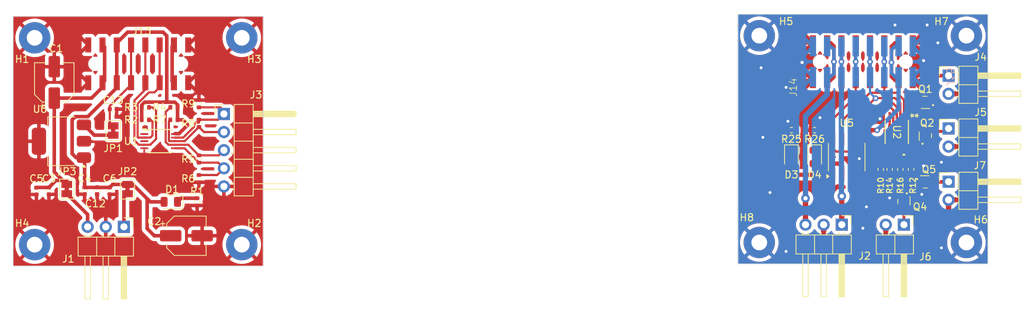
<source format=kicad_pcb>
(kicad_pcb (version 20240108) (generator "pcbnew") (generator_version "8.0")
  (layers (0 "F.Cu" signal) (31 "B.Cu" signal) (34 "B.Paste" user) (35 "F.Paste" user) (36 "B.SilkS" user "B.Silkscreen") (37 "F.SilkS" user "F.Silkscreen") (38 "B.Mask" user) (39 "F.Mask" user) (44 "Edge.Cuts" user))
  (net 0 "")
  (net 1 "GND")
  (net 2 "SDA")
  (net 3 "SCL")
  (net 4 "Net-(J1-Pin_1)")
  (net 5 "Net-(J1-Pin_3)")
  (net 6 "IO3")
  (net 7 "Net-(D1-K)")
  (net 8 "DSDAM")
  (net 9 "DSCLP")
  (net 10 "DSCLM")
  (net 11 "DSDAP")
  (net 12 "Net-(JP1-A)")
  (net 14 "Net-(D3-K)")
  (net 15 "IO0")
  (net 16 "IO1")
  (net 17 "Net-(D4-K)")
  (net 18 "Fan_Versorgung")
  (net 19 "Net-(J5-Pin_1)")
  (net 20 "Net-(J6-Pin_1)")
  (net 21 "Net-(J7-Pin_1)")
  (net 22 "FAN_0_PWM")
  (net 23 "FAN_1_PWM")
  (net 24 "IO2")
  (net 25 "Net-(U2-TACH1)")
  (net 26 "Net-(U2-*ALERT)")
  (net 27 "Net-(U2-TACH2)")
  (net 28 "Net-(U2-CLK)")
  (net 29 "Net-(J4-Pin_1)")
  (net 30 "+12V")
  (net 31 "+5V")
  (net 32 "+3V3")
  (footprint "MountingHole:MountingHole_2.2mm_M2_Pad_TopBottom" (layer "F.Cu") (at 80.55 132.3)
    (property "Reference" "H2")
    (property "Value" "MountHole")
  )
  (footprint "Resistor_SMD:R_0402_1005Metric" (layer "F.Cu") (at 74.3 126.3 -90)
    (property "Reference" "R1")
    (property "Value" "1k")
  )
  (footprint "Resistor_SMD:R_0402_1005Metric" (layer "F.Cu") (at 74.55 120.29 -90)
    (property "Reference" "R5")
    (property "Value" "120")
  )
  (footprint "Resistor_SMD:R_0402_1005Metric" (layer "F.Cu") (at 74.55 115.29 90)
    (property "Reference" "R8")
    (property "Value" "120")
  )
  (footprint "Package_SO:SOIC-8_3.9x4.9mm_P1.27mm" (layer "F.Cu") (at 165.235 120.025 90)
    (property "Reference" "U5")
    (property "Value" "PCA9536D")
  )
  (footprint "Package_SO:TSSOP-10_3x3mm_P0.5mm" (layer "F.Cu") (at 69.05 117.79)
    (property "Reference" "U1")
    (property "Value" "PCA9615DP")
  )
  (footprint "Capacitor_SMD:CP_Elec_5x3" (layer "F.Cu") (at 72.8 131.05)
    (property "Reference" "C2")
    (property "Value" "0.1µF")
  )
  (footprint "Connector_PinHeader_2.54mm:PinHeader_1x02_P2.54mm_Horizontal" (layer "F.Cu") (at 173.25 129.5 -90)
    (property "Reference" "J6")
    (property "Value" "FAN2")
  )
  (footprint "CustomFotLibByJan:BF100-16-A-D-1-0640-L-C" (layer "F.Cu") (at 59.05 109.6 90)
    (property "Reference" "J13")
    (property "Value" "Steckverbinder_Male_1")
  )
  (footprint "Resistor_SMD:R_0402_1005Metric" (layer "F.Cu") (at 157.5 116.25 180)
    (property "Reference" "R25")
    (property "Value" "330")
  )
  (footprint "Jumper:SolderJumper-2_P1.3mm_Bridged_Pad1.0x1.5mm" (layer "F.Cu") (at 56.05 124.51 90)
    (property "Reference" "JP3")
    (property "Value" "MEASO")
  )
  (footprint "MountingHole:MountingHole_2.2mm_M2_Pad_TopBottom" (layer "F.Cu") (at 51.55 103.3)
    (property "Reference" "H1")
    (property "Value" "MountHole")
  )
  (footprint "LED_SMD:LED_0805_2012Metric" (layer "F.Cu") (at 157.5 120 -90)
    (property "Reference" "D3")
    (property "Value" "YELLOW")
  )
  (footprint "MountingHole:MountingHole_2.2mm_M2_Pad_TopBottom" (layer "F.Cu") (at 153 132)
    (property "Reference" "H8")
    (property "Value" "MountHole")
  )
  (footprint "Resistor_SMD:R_0402_1005Metric" (layer "F.Cu") (at 74.55 112.54 90)
    (property "Reference" "R9")
    (property "Value" "600")
  )
  (footprint "LED_SMD:LED_0805_2012Metric" (layer "F.Cu") (at 70.6125 126.3 180)
    (property "Reference" "D1")
    (property "Value" "GREEN")
  )
  (footprint "Resistor_SMD:R_0402_1005Metric" (layer "F.Cu") (at 172.75 121.75 -90)
    (property "Reference" "R16")
    (property "Value" "4k7")
  )
  (footprint "Package_TO_SOT_SMD:SOT-723" (layer "F.Cu") (at 176.175 112.35 180)
    (property "Reference" "Q1")
    (property "Value" "DTC143E")
  )
  (footprint "CustomFotLibByJan:BF100-16-A-D-1-0640-L-C" (layer "F.Cu") (at 160.5 109.3 90)
    (property "Reference" "J14")
    (property "Value" "Steckverbinder_Male_2")
  )
  (footprint "Package_TO_SOT_SMD:SOT-723" (layer "F.Cu") (at 176.25 123.5)
    (property "Reference" "Q5")
    (property "Value" "DTC143E")
  )
  (footprint "Resistor_SMD:R_0402_1005Metric" (layer "F.Cu") (at 71.05 114.8 180)
    (property "Reference" "R7")
    (property "Value" "600")
  )
  (footprint "LED_SMD:LED_0805_2012Metric" (layer "F.Cu") (at 160.74 120 -90)
    (property "Reference" "D4")
    (property "Value" "YELLOW")
  )
  (footprint "Resistor_SMD:R_0402_1005Metric" (layer "F.Cu") (at 171.25 121.75 -90)
    (property "Reference" "R14")
    (property "Value" "4k7")
  )
  (footprint "Capacitor_SMD:C_0402_1005Metric" (layer "F.Cu") (at 62.05 124.76 -90)
    (property "Reference" "C6")
    (property "Value" "0.1µF")
  )
  (footprint "Package_TO_SOT_SMD:SOT-223-3_TabPin2" (layer "F.Cu") (at 55.3 117.8 180)
    (property "Reference" "U6")
    (property "Value" "AP7361C-33E")
  )
  (footprint "Connector_PinHeader_2.54mm:PinHeader_1x03_P2.54mm_Horizontal" (layer "F.Cu") (at 164.55 129.5 -90)
    (property "Reference" "J2")
    (property "Value" "Fan_12/5V_Regelung")
  )
  (footprint "Capacitor_SMD:C_0402_1005Metric" (layer "F.Cu") (at 60.3 124.74 -90)
    (property "Reference" "C12")
    (property "Value" "4.7µF")
  )
  (footprint "Resistor_SMD:R_0402_1005Metric" (layer "F.Cu") (at 160.74 116.25 180)
    (property "Reference" "R26")
    (property "Value" "330")
  )
  (footprint "Connector_PinHeader_2.54mm:PinHeader_1x03_P2.54mm_Horizontal" (layer "F.Cu") (at 64.05 129.8 -90)
    (property "Reference" "J1")
    (property "Value" "Power")
  )
  (footprint "MountingHole:MountingHole_2.2mm_M2_Pad_TopBottom" (layer "F.Cu") (at 182 132)
    (property "Reference" "H6")
    (property "Value" "MountHole")
  )
  (footprint "Resistor_SMD:R_0402_1005Metric" (layer "F.Cu") (at 174.25 121.75 -90)
    (property "Reference" "R12")
    (property "Value" "10k")
  )
  (footprint "Jumper:SolderJumper-2_P1.3mm_Bridged_Pad1.0x1.5mm" (layer "F.Cu") (at 62.55 116.3 90)
    (property "Reference" "JP1")
    (property "Value" "MEASO")
  )
  (footprint "Connector_PinHeader_2.54mm:PinHeader_1x02_P2.54mm_Horizontal" (layer "F.Cu") (at 179.5 123.475)
    (property "Reference" "J7")
    (property "Value" "FAN4")
  )
  (footprint "Resistor_SMD:R_0402_1005Metric" (layer "F.Cu") (at 67.05 114.8)
    (property "Reference" "R2")
    (property "Value" "4k7")
  )
  (footprint "CustomFotLibByJan:MSOP10_MC_MCH" (layer "F.Cu") (at 172.25 116.5 -90)
    (property "Reference" "U2")
    (property "Value" "EMC2302-2-AIZL-TR")
  )
  (footprint "Connector_PinHeader_2.54mm:PinHeader_1x05_P2.54mm_Horizontal" (layer "F.Cu") (at 78.05 113.975)
    (property "Reference" "J3")
    (property "Value" "DATA")
  )
  (footprint "Capacitor_SMD:C_0402_1005Metric" (layer "F.Cu") (at 53.55 124.76 -90)
    (property "Reference" "C3")
    (property "Value" "0.22µF")
  )
  (footprint "MountingHole:MountingHole_2.2mm_M2_Pad_TopBottom" (layer "F.Cu") (at 51.55 132.3)
    (property "Reference" "H4")
    (property "Value" "MountHole")
  )
  (footprint "Connector_PinHeader_2.54mm:PinHeader_1x02_P2.54mm_Horizontal" (layer "F.Cu") (at 179.5 108.61)
    (property "Reference" "J4")
    (property "Value" "FAN0")
  )
  (footprint "MountingHole:MountingHole_2.2mm_M2_Pad_TopBottom" (layer "F.Cu") (at 182 103)
    (property "Reference" "H7")
    (property "Value" "MountHole")
  )
  (footprint "Resistor_SMD:R_0402_1005Metric" (layer "F.Cu") (at 74.55 123.05 -90)
    (property "Reference" "R6")
    (property "Value" "600")
  )
  (footprint "Capacitor_SMD:C_0402_1005Metric" (layer "F.Cu") (at 51.8 124.78 -90)
    (property "Reference" "C5")
    (property "Value" "0.1µF")
  )
  (footprint "Resistor_SMD:R_0402_1005Metric" (layer "F.Cu") (at 71.06 113.04 180)
    (property "Reference" "R4")
    (property "Value" "600")
  )
  (footprint "Package_TO_SOT_SMD:SOT-723" (layer "F.Cu") (at 173.25 126.25 -90)
    (property "Reference" "Q4")
    (property "Value" "DTC143E")
  )
  (footprint "MountingHole:MountingHole_2.2mm_M2_Pad_TopBottom" (layer "F.Cu") (at 80.55 103.3)
    (property "Reference" "H3")
    (property "Value" "MountHole")
  )
  (footprint "Resistor_SMD:R_0402_1005Metric" (layer "F.Cu") (at 67.06 113.05)
    (property "Reference" "R3")
    (property "Value" "4k7")
  )
  (footprint "Jumper:SolderJumper-2_P1.3mm_Bridged_Pad1.0x1.5mm" (layer "F.Cu") (at 64.55 124.51 90)
    (property "Reference" "JP2")
    (property "Value" "MEASO")
  )
  (footprint "Resistor_SMD:R_0402_1005Metric" (layer "F.Cu") (at 170 121.75 -90)
    (property "Reference" "R10")
    (property "Value" "4k7")
  )
  (footprint "MountingHole:MountingHole_2.2mm_M2_Pad_TopBottom" (layer "F.Cu") (at 153 103)
    (property "Reference" "H5")
    (property "Value" "MountHole")
  )
  (footprint "Capacitor_SMD:C_0402_1005Metric" (layer "F.Cu") (at 62.55 113.3)
    (property "Reference" "C13")
    (property "Value" "4.7µF")
  )
  (footprint "Package_TO_SOT_SMD:SOT-723" (layer "F.Cu") (at 176.25 117 90)
    (property "Reference" "Q2")
    (property "Value" "DTC143E")
  )
  (footprint "Capacitor_SMD:C_0402_1005Metric" (layer "F.Cu") (at 58.55 124.74 -90)
    (property "Reference" "C4")
    (property "Value" "0.22µF")
  )
  (footprint "Connector_PinHeader_2.54mm:PinHeader_1x02_P2.54mm_Horizontal" (layer "F.Cu") (at 179.5 116.01)
    (property "Reference" "J5")
    (property "Value" "FAN1")
  )
  (footprint "Capacitor_SMD:CP_Elec_5x3" (layer "F.Cu") (at 54.3 109.55 90)
    (property "Reference" "C1")
    (property "Value" "0.1µF")
  )
  (footprint "CustomFotLibByJan:BF030-16A-B1-0360-0277-0600-LB" (layer "B.Cu") (at 174.5 108.775 90)
    (property "Reference" "J15")
    (property "Value" "Steckverbinder_Female_2")
  )
  (gr_rect (start 150 100) (end 185 135) (stroke (width 0.1)) (fill none) (layer "Edge.Cuts"))
  (gr_rect (start 48.55 100.3) (end 83.55 135.3) (stroke (width 0.1)) (fill none) (layer "Edge.Cuts"))
  (segment (start 171.325 125.675) (end 171.25 125.75) (width 0.4) (layer "F.Cu") (net 1))
  (segment (start 160.5 109.3) (end 159.55 109.3) (width 0.5) (layer "F.Cu") (net 1))
  (segment (start 159.55 109.3) (end 159 108.75) (width 0.5) (layer "F.Cu") (net 1))
  (segment (start 175.675 125.175) (end 175.75 125.25) (width 0.4) (layer "F.Cu") (net 1))
  (segment (start 170 122.26) (end 171.25 122.26) (width 0.6) (layer "F.Cu") (net 1))
  (segment (start 161.5 114.5) (end 160.23 115.77) (width 0.6) (layer "F.Cu") (net 1))
  (segment (start 176.65 117.575) (end 176.65 120.6) (width 0.6) (layer "F.Cu") (net 1))
  (segment (start 176.65 120.6) (end 176 121.25) (width 0.6) (layer "F.Cu") (net 1))
  (segment (start 170.5 113) (end 171.321799 113) (width 0.3) (layer "F.Cu") (net 1))
  (segment (start 175.675 123.9) (end 175.675 125.175) (width 0.4) (layer "F.Cu") (net 1))
  (segment (start 157 115) (end 156.99 115.01) (width 0.6) (layer "F.Cu") (net 1))
  (segment (start 175.7 109.3) (end 176 109) (width 0.5) (layer "F.Cu") (net 1))
  (segment (start 176 104.5) (end 175.5 104) (width 0.5) (layer "F.Cu") (net 1))
  (segment (start 175.5 104) (end 174.5 104) (width 0.5) (layer "F.Cu") (net 1))
  (segment (start 169.898959 113.601041) (end 170.5 113) (width 0.3) (layer "F.Cu") (net 1))
  (segment (start 174.99 122.26) (end 176 121.25) (width 0.6) (layer "F.Cu") (net 1))
  (segment (start 160.23 115.77) (end 160.23 116.25) (width 0.6) (layer "F.Cu") (net 1))
  (segment (start 167.14 120.39) (end 167 120.25) (width 0.5) (layer "F.Cu") (net 1))
  (segment (start 172.85 125.675) (end 171.325 125.675) (width 0.4) (layer "F.Cu") (net 1))
  (segment (start 169.898959 114.648959) (end 169.898959 113.601041) (width 0.3) (layer "F.Cu") (net 1))
  (segment (start 175.45 109.3) (end 175.7 109.3) (width 0.5) (layer "F.Cu") (net 1))
  (segment (start 176 106.5) (end 176 104.5) (width 0.5) (layer "F.Cu") (net 1))
  (segment (start 171.25 122.26) (end 172.75 122.26) (width 0.6) (layer "F.Cu") (net 1))
  (segment (start 159 108.75) (end 159 106.75) (width 0.5) (layer "F.Cu") (net 1))
  (segment (start 174.25 122.26) (end 174.99 122.26) (width 0.6) (layer "F.Cu") (net 1))
  (segment (start 167.14 122.5) (end 167.14 120.39) (width 0.5) (layer "F.Cu") (net 1))
  (segment (start 159 104.5) (end 159.5 104) (width 0.5) (layer "F.Cu") (net 1))
  (segment (start 175.6 109.45) (end 175.45 109.3) (width 0.5) (layer "F.Cu") (net 1))
  (segment (start 171.750001 113.428202) (end 171.750001 114.4553) (width 0.3) (layer "F.Cu") (net 1))
  (segment (start 159.5 104) (end 160.5 104) (width 0.5) (layer "F.Cu") (net 1))
  (segment (start 176 109) (end 176 106.5) (width 0.5) (layer "F.Cu") (net 1))
  (segment (start 172.75 122.26) (end 174.25 122.26) (width 0.6) (layer "F.Cu") (net 1))
  (segment (start 171.321799 113) (end 171.750001 113.428202) (width 0.3) (layer "F.Cu") (net 1))
  (segment (start 174.5 109.3) (end 175.45 109.3) (width 0.5) (layer "F.Cu") (net 1))
  (segment (start 159 106.75) (end 159 104.5) (width 0.5) (layer "F.Cu") (net 1))
  (segment (start 156.99 115.01) (end 156.99 116.25) (width 0.6) (layer "F.Cu") (net 1))
  (segment (start 175.6 112.35) (end 175.6 109.45) (width 0.5) (layer "F.Cu") (net 1))
  (via (at 169.898959 114.648959) (size 0.8) (drill 0.4) (layers "F.Cu" "B.Cu") (net 1))
  (via (at 171.25 125.75) (size 0.8) (drill 0.4) (layers "F.Cu" "B.Cu") (net 1))
  (via (at 172 101.5) (size 0.8) (drill 0.4) (layers "F.Cu" "B.Cu") (net 1))
  (via (at 167.5 130) (size 0.8) (drill 0.4) (layers "F.Cu" "B.Cu") (net 1))
  (via (at 154.5 125) (size 0.8) (drill 0.4) (layers "F.Cu" "B.Cu") (net 1))
  (via (at 156.75 110.25) (size 0.8) (drill 0.4) (layers "F.Cu" "B.Cu") (net 1))
  (via (at 159 106.75) (size 0.8) (drill 0.4) (layers "F.Cu" "B.Cu") (net 1))
  (via (at 176 106.5) (size 0.8) (drill 0.4) (layers "F.Cu" "B.Cu") (net 1))
  (via (at 159 106.75) (size 0.8) (drill 0.4) (layers "F.Cu" "B.Cu") (net 1))
  (via (at 167 120.25) (size 0.8) (drill 0.4) (layers "F.Cu" "B.Cu") (net 1))
  (via (at 168 127) (size 0.8) (drill 0.4) (layers "F.Cu" "B.Cu") (net 1))
  (via (at 153.25 107.5) (size 0.8) (drill 0.4) (layers "F.Cu" "B.Cu") (net 1))
  (via (at 159 106.75) (size 0.8) (drill 0.4) (layers "F.Cu" "B.Cu") (net 1))
  (via (at 159 106.75) (size 0.8) (drill 0.4) (layers "F.Cu" "B.Cu") (net 1))
  (via (at 157 115) (size 0.8) (drill 0.4) (layers "F.Cu" "B.Cu") (net 1))
  (via (at 159 106.75) (size 0.8) (drill 0.4) (layers "F.Cu" "B.Cu") (net 1))
  (via (at 175.75 125.25) (size 0.8) (drill 0.4) (layers "F.Cu" "B.Cu") (net 1))
  (via (at 178.5 120.75) (size 0.8) (drill 0.4) (layers "F.Cu" "B.Cu") (net 1))
  (via (at 178.5 132.75) (size 0.8) (drill 0.4) (layers "F.Cu" "B.Cu") (net 1))
  (via (at 178 104) (size 0.8) (drill 0.4) (layers "F.Cu" "B.Cu") (net 1))
  (via (at 176 121.25) (size 0.8) (drill 0.4) (layers "F.Cu" "B.Cu") (net 1))
  (via (at 153.5 117.25) (size 0.8) (drill 0.4) (layers "F.Cu" "B.Cu") (net 1))
  (via (at 176 106.5) (size 0.8) (drill 0.4) (layers "F.Cu" "B.Cu") (net 1))
  (via (at 176.5 101.5) (size 0.8) (drill 0.4) (layers "F.Cu" "B.Cu") (net 1))
  (via (at 156.75 133.25) (size 0.8) (drill 0.4) (layers "F.Cu" "B.Cu") (net 1))
  (via (at 161.5 114.5) (size 0.8) (drill 0.4) (layers "F.Cu" "B.Cu") (net 1))
  (segment (start 68.05 115.05) (end 67.8 114.8) (width 0.3) (layer "F.Cu") (net 2))
  (segment (start 65.97 117.21) (end 65.97 112.53) (width 0.3) (layer "F.Cu") (net 2))
  (segment (start 170.5 106.65) (end 170.5 104) (width 0.5) (layer "F.Cu") (net 2))
  (segment (start 173.250001 112.000001) (end 172.25 111) (width 0.3) (layer "F.Cu") (net 2))
  (segment (start 170.5 110.75) (end 170.5 109.3) (width 0.3) (layer "F.Cu") (net 2))
  (segment (start 164.6 114.9) (end 164.6 117.55) (width 0.3) (layer "F.Cu") (net 2))
  (segment (start 66.9 117.29) (end 66.05 117.29) (width 0.3) (layer "F.Cu") (net 2))
  (segment (start 168.5 111) (end 164.6 114.9) (width 0.3) (layer "F.Cu") (net 2))
  (segment (start 65.97 112.53) (end 67.55 110.95) (width 0.3) (layer "F.Cu") (net 2))
  (segment (start 68.325 110.95) (end 69.05 110.225) (width 0.3) (layer "F.Cu") (net 2))
  (segment (start 66.05 117.29) (end 65.97 117.21) (width 0.3) (layer "F.Cu") (net 2))
  (segment (start 170.5 106.65) (end 170.5 109.3) (width 0.5) (layer "F.Cu") (net 2))
  (segment (start 170.25 111) (end 168.5 111) (width 0.3) (layer "F.Cu") (net 2))
  (segment (start 67.8 114.8) (end 67.56 114.8) (width 0.3) (layer "F.Cu") (net 2))
  (segment (start 173.250001 114.4553) (end 173.250001 112.000001) (width 0.3) (layer "F.Cu") (net 2))
  (segment (start 172.25 111) (end 170.75 111) (width 0.3) (layer "F.Cu") (net 2))
  (segment (start 66.9 117.29) (end 67.75 117.29) (width 0.3) (layer "F.Cu") (net 2))
  (segment (start 67.55 110.95) (end 68.325 110.95) (width 0.3) (layer "F.Cu") (net 2))
  (segment (start 170.75 111) (end 170.5 110.75) (width 0.3) (layer "F.Cu") (net 2))
  (segment (start 67.75 117.29) (end 68.05 116.99) (width 0.3) (layer "F.Cu") (net 2))
  (segment (start 69.05 109.6) (end 69.05 104.3) (width 0.3) (layer "F.Cu") (net 2))
  (segment (start 170.5 110.75) (end 170.25 111) (width 0.3) (layer "F.Cu") (net 2))
  (segment (start 69.05 110.225) (end 69.05 109.6) (width 0.3) (layer "F.Cu") (net 2))
  (segment (start 68.05 116.99) (end 68.05 115.05) (width 0.3) (layer "F.Cu") (net 2))
  (via (at 170.5 106.65) (size 0.8) (drill 0.4) (layers "F.Cu" "B.Cu") (net 2))
  (segment (start 170.5 104.525) (end 170.5 106.65) (width 0.5) (layer "B.Cu") (net 2))
  (segment (start 170.5 108.775) (end 170.5 106.65) (width 0.5) (layer "B.Cu") (net 2))
  (segment (start 67.05 109.6) (end 67.05 104.3) (width 0.3) (layer "F.Cu") (net 3))
  (segment (start 172.749999 114.4553) (end 172.749999 112.499999) (width 0.3) (layer "F.Cu") (net 3))
  (segment (start 66.125 118.29) (end 65.52 117.685) (width 0.3) (layer "F.Cu") (net 3))
  (segment (start 65.52 117.685) (end 65.52 112.08) (width 0.3) (layer "F.Cu") (net 3))
  (segment (start 68.55 113.55) (end 68.05 113.05) (width 0.3) (layer "F.Cu") (net 3))
  (segment (start 66.9 118.29) (end 66.125 118.29) (width 0.3) (layer "F.Cu") (net 3))
  (segment (start 168.5 106.65) (end 168.5 104) (width 0.5) (layer "F.Cu") (net 3))
  (segment (start 169.25 111.75) (end 165.87 115.13) (width 0.3) (layer "F.Cu") (net 3))
  (segment (start 65.52 112.08) (end 67.05 110.55) (width 0.3) (layer "F.Cu") (net 3))
  (segment (start 67.75 118.29) (end 68.55 117.49) (width 0.3) (layer "F.Cu") (net 3))
  (segment (start 66.9 118.29) (end 67.75 118.29) (width 0.3) (layer "F.Cu") (net 3))
  (segment (start 68.55 117.49) (end 68.55 113.55) (width 0.3) (layer "F.Cu") (net 3))
  (segment (start 172.749999 112.499999) (end 172 111.75) (width 0.3) (layer "F.Cu") (net 3))
  (segment (start 168.5 106.65) (end 168.5 109.3) (width 0.5) (layer "F.Cu") (net 3))
  (segment (start 68.05 113.05) (end 67.57 113.05) (width 0.3) (layer "F.Cu") (net 3))
  (segment (start 165.87 115.13) (end 165.87 117.55) (width 0.3) (layer "F.Cu") (net 3))
  (segment (start 172 111.75) (end 169.25 111.75) (width 0.3) (layer "F.Cu") (net 3))
  (segment (start 67.05 110.55) (end 67.05 109.6) (width 0.3) (layer "F.Cu") (net 3))
  (via (at 169.280331 111.780331) (size 0.8) (drill 0.4) (layers "F.Cu" "B.Cu") (net 3))
  (via (at 168.5 106.65) (size 0.8) (drill 0.4) (layers "F.Cu" "B.Cu") (net 3))
  (segment (start 168.5 106.65) (end 168.5 104.525) (width 0.5) (layer "B.Cu") (net 3))
  (segment (start 168.5 108.775) (end 168.5 111) (width 0.3) (layer "B.Cu") (net 3))
  (segment (start 168.5 111) (end 169.280331 111.780331) (width 0.3) (layer "B.Cu") (net 3))
  (segment (start 168.5 108.775) (end 168.5 106.65) (width 0.5) (layer "B.Cu") (net 3))
  (segment (start 64.05 129.8) (end 64.05 125.66) (width 0.5) (layer "F.Cu") (net 4))
  (segment (start 64.05 125.66) (end 64.55 125.16) (width 0.5) (layer "F.Cu") (net 4))
  (segment (start 58.97 128.08) (end 56.05 125.16) (width 0.5) (layer "F.Cu") (net 5))
  (segment (start 58.97 129.8) (end 58.97 128.08) (width 0.5) (layer "F.Cu") (net 5))
  (segment (start 168.73995 116.25) (end 169.5 116.25) (width 0.6) (layer "F.Cu") (net 6))
  (segment (start 168.05 117.55) (end 168.05 116.93995) (width 0.6) (layer "F.Cu") (net 6))
  (segment (start 70.8 109.35) (end 70.8 104.55) (width 0.5) (layer "F.Cu") (net 6))
  (segment (start 171.5 108.75) (end 172.05 109.3) (width 0.5) (layer "F.Cu") (net 6))
  (segment (start 172 104) (end 172.5 104) (width 0.5) (layer "F.Cu") (net 6))
  (segment (start 175.675 123.1) (end 174.9 123.1) (width 0.6) (layer "F.Cu") (net 6))
  (segment (start 168.05 117.55) (end 167.14 117.55) (width 0.6) (layer "F.Cu") (net 6))
  (segment (start 169.25 123.5) (end 168.75 123) (width 0.6) (layer "F.Cu") (net 6))
  (segment (start 172.05 109.3) (end 172.5 109.3) (width 0.5) (layer "F.Cu") (net 6))
  (segment (start 171.5 106.75) (end 171.5 108.75) (width 0.5) (layer "F.Cu") (net 6))
  (segment (start 171.5 106.75) (end 171.5 104.5) (width 0.5) (layer "F.Cu") (net 6))
  (segment (start 174.5 123.5) (end 169.25 123.5) (width 0.6) (layer "F.Cu") (net 6))
  (segment (start 168.75 123) (end 168.75 118.25) (width 0.6) (layer "F.Cu") (net 6))
  (segment (start 168.05 116.93995) (end 168.73995 116.25) (width 0.6) (layer "F.Cu") (net 6))
  (segment (start 70.8 104.55) (end 71.05 104.3) (width 0.5) (layer "F.Cu") (net 6))
  (segment (start 168.75 118.25) (end 168.05 117.55) (width 0.6) (layer "F.Cu") (net 6))
  (segment (start 174.9 123.1) (end 174.5 123.5) (width 0.6) (layer "F.Cu") (net 6))
  (segment (start 71.05 109.6) (end 70.8 109.35) (width 0.5) (layer "F.Cu") (net 6))
  (segment (start 171.5 104.5) (end 172 104) (width 0.5) (layer "F.Cu") (net 6))
  (via (at 171.5 106.75) (size 0.8) (drill 0.4) (layers "F.Cu" "B.Cu") (net 6))
  (via (at 169.5 116.25) (size 0.8) (drill 0.4) (layers "F.Cu" "B.Cu") (net 6))
  (segment (start 171.5 105) (end 171.975 104.525) (width 0.5) (layer "B.Cu") (net 6))
  (segment (start 171.5 106.75) (end 171.5 105) (width 0.5) (layer "B.Cu") (net 6))
  (segment (start 172.025 108.775) (end 172.5 108.775) (width 0.5) (layer "B.Cu") (net 6))
  (segment (start 171.5 108.25) (end 172.025 108.775) (width 0.5) (layer "B.Cu") (net 6))
  (segment (start 169.5 116.25) (end 172.5 113.25) (width 0.6) (layer "B.Cu") (net 6))
  (segment (start 172.5 113.25) (end 172.5 108.775) (width 0.6) (layer "B.Cu") (net 6))
  (segment (start 171.975 104.525) (end 172.5 104.525) (width 0.5) (layer "B.Cu") (net 6))
  (segment (start 171.5 106.75) (end 171.5 108.25) (width 0.5) (layer "B.Cu") (net 6))
  (segment (start 72.06 125.79) (end 74.3 125.79) (width 0.5) (layer "F.Cu") (net 7))
  (segment (start 71.55 126.3) (end 72.06 125.79) (width 0.5) (layer "F.Cu") (net 7))
  (segment (start 72.352894 117.29) (end 73.88 115.762894) (width 0.3) (layer "F.Cu") (net 8))
  (segment (start 74.55 115.18) (end 74.55 114.78) (width 0.3) (layer "F.Cu") (net 8))
  (segment (start 78.05 113.975) (end 78.05 113.55) (width 0.3) (layer "F.Cu") (net 8))
  (segment (start 78.05 113.55) (end 77.55 113.05) (width 0.3) (layer "F.Cu") (net 8))
  (segment (start 73.88 115.460366) (end 74.160366 115.18) (width 0.3) (layer "F.Cu") (net 8))
  (segment (start 77.245 114.78) (end 78.05 113.975) (width 0.3) (layer "F.Cu") (net 8))
  (segment (start 71.2 117.29) (end 72.352894 117.29) (width 0.3) (layer "F.Cu") (net 8))
  (segment (start 74.55 114.78) (end 77.245 114.78) (width 0.3) (layer "F.Cu") (net 8))
  (segment (start 77.55 113.05) (end 74.55 113.05) (width 0.3) (layer "F.Cu") (net 8))
  (segment (start 73.88 115.762894) (end 73.88 115.460366) (width 0.3) (layer "F.Cu") (net 8))
  (segment (start 74.160366 115.18) (end 74.55 115.18) (width 0.3) (layer "F.Cu") (net 8))
  (segment (start 71.2 118.29) (end 70.288604 118.29) (width 0.3) (layer "F.Cu") (net 9))
  (segment (start 74.55 119.78) (end 77.325 119.78) (width 0.3) (layer "F.Cu") (net 9))
  (segment (start 77.325 119.78) (end 78.05 119.055) (width 0.3) (layer "F.Cu") (net 9))
  (segment (start 71.2 118.29) (end 73.06 118.29) (width 0.3) (layer "F.Cu") (net 9))
  (segment (start 70.288604 118.29) (end 69.9 117.901396) (width 0.3) (layer "F.Cu") (net 9))
  (segment (start 69.9 113.69) (end 70.55 113.04) (width 0.3) (layer "F.Cu") (net 9))
  (segment (start 73.06 118.29) (end 74.55 119.78) (width 0.3) (layer "F.Cu") (net 9))
  (segment (start 69.9 117.901396) (end 69.9 113.69) (width 0.3) (layer "F.Cu") (net 9))
  (segment (start 71.2 118.79) (end 72.54 118.79) (width 0.3) (layer "F.Cu") (net 10))
  (segment (start 74.55 120.8) (end 77.255 120.8) (width 0.3) (layer "F.Cu") (net 10))
  (segment (start 77.105 122.54) (end 78.05 121.595) (width 0.3) (layer "F.Cu") (net 10))
  (segment (start 72.54 118.79) (end 74.55 120.8) (width 0.3) (layer "F.Cu") (net 10))
  (segment (start 77.255 120.8) (end 78.05 121.595) (width 0.3) (layer "F.Cu") (net 10))
  (segment (start 74.55 122.54) (end 77.105 122.54) (width 0.3) (layer "F.Cu") (net 10))
  (segment (start 72.56 117.79) (end 74.55 115.8) (width 0.3) (layer "F.Cu") (net 11))
  (segment (start 71.2 117.79) (end 70.425 117.79) (width 0.3) (layer "F.Cu") (net 11))
  (segment (start 70.35 114.99) (end 70.54 114.8) (width 0.3) (layer "F.Cu") (net 11))
  (segment (start 78.05 116.515) (end 75.265 116.515) (width 0.3) (layer "F.Cu") (net 11))
  (segment (start 70.425 117.79) (end 70.35 117.715) (width 0.3) (layer "F.Cu") (net 11))
  (segment (start 70.35 117.715) (end 70.35 114.99) (width 0.3) (layer "F.Cu") (net 11))
  (segment (start 75.265 116.515) (end 74.55 115.8) (width 0.3) (layer "F.Cu") (net 11))
  (segment (start 71.2 117.79) (end 72.56 117.79) (width 0.3) (layer "F.Cu") (net 11))
  (segment (start 59.9 116.95) (end 62.55 116.95) (width 0.5) (layer "F.Cu") (net 12))
  (segment (start 58.45 115.5) (end 59.9 116.95) (width 0.5) (layer "F.Cu") (net 12))
  (segment (start 157.5 117.75) (end 158.01 117.24) (width 0.4) (layer "F.Cu") (net 14))
  (segment (start 157.5 119.0625) (end 157.5 117.75) (width 0.4) (layer "F.Cu") (net 14))
  (segment (start 158.01 117.24) (end 158.01 116.25) (width 0.4) (layer "F.Cu") (net 14))
  (segment (start 157.5 122) (end 158 122.5) (width 0.6) (layer "F.Cu") (net 15))
  (segment (start 158 122.5) (end 163.33 122.5) (width 0.6) (layer "F.Cu") (net 15))
  (segment (start 157.5 120.9375) (end 157.5 122) (width 0.6) (layer "F.Cu") (net 15))
  (segment (start 164.1875 120.9375) (end 164.6 121.35) (width 0.6) (layer "F.Cu") (net 16))
  (segment (start 164.6 121.35) (end 164.6 122.5) (width 0.6) (layer "F.Cu") (net 16))
  (segment (start 160.74 120.9375) (end 164.1875 120.9375) (width 0.6) (layer "F.Cu") (net 16))
  (segment (start 161.25 117.25) (end 161.25 116.25) (width 0.4) (layer "F.Cu") (net 17))
  (segment (start 160.74 119.0625) (end 160.74 117.76) (width 0.4) (layer "F.Cu") (net 17))
  (segment (start 160.74 117.76) (end 161.25 117.25) (width 0.4) (layer "F.Cu") (net 17))
  (segment (start 162.01 132.51) (end 162.25 132.75) (width 0.75) (layer "F.Cu") (net 18))
  (segment (start 182.1 118.95) (end 181.7 118.55) (width 0.75) (layer "F.Cu") (net 18))
  (segment (start 170.71 129.5) (end 170.71 132.71) (width 0.75) (layer "F.Cu") (net 18))
  (segment (start 170.71 132.71) (end 170.75 132.75) (width 0.75) (layer "F.Cu") (net 18))
  (segment (start 162.01 129.5) (end 162.01 132.51) (width 0.75) (layer "F.Cu") (net 18))
  (segment (start 182.1 125.55) (end 182.1 118.95) (width 0.75) (layer "F.Cu") (net 18))
  (segment (start 182.1 111.45) (end 182.1 118.95) (width 0.75) (layer "F.Cu") (net 18))
  (segment (start 181.8 111.15) (end 182.1 111.45) (width 0.75) (layer "F.Cu") (net 18))
  (segment (start 181.7 118.55) (end 179.5 118.55) (width 0.75) (layer "F.Cu") (net 18))
  (segment (start 162.25 132.75) (end 170.75 132.75) (width 0.75) (layer "F.Cu") (net 18))
  (segment (start 174.75 132.75) (end 179.5 128) (width 0.75) (layer "F.Cu") (net 18))
  (segment (start 170.75 132.75) (end 174.75 132.75) (width 0.75) (layer "F.Cu") (net 18))
  (segment (start 179.5 126.015) (end 181.635 126.015) (width 0.75) (layer "F.Cu") (net 18))
  (segment (start 181.635 126.015) (end 182.1 125.55) (width 0.75) (layer "F.Cu") (net 18))
  (segment (start 179.5 128) (end 179.5 126.015) (width 0.75) (layer "F.Cu") (net 18))
  (segment (start 179.5 111.15) (end 181.8 111.15) (width 0.75) (layer "F.Cu") (net 18))
  (segment (start 176.25 116.425) (end 179.085 116.425) (width 0.4) (layer "F.Cu") (net 19))
  (segment (start 179.085 116.425) (end 179.5 116.01) (width 0.4) (layer "F.Cu") (net 19))
  (segment (start 173.25 126.825) (end 173.25 129.5) (width 0.4) (layer "F.Cu") (net 20))
  (segment (start 179.475 123.5) (end 179.5 123.475) (width 0.5) (layer "F.Cu") (net 21))
  (segment (start 176.825 123.5) (end 179.475 123.5) (width 0.5) (layer "F.Cu") (net 21))
  (segment (start 171.249999 115.75865) (end 171.741349 116.25) (width 0.4) (layer "F.Cu") (net 22))
  (segment (start 171.249999 115.5173) (end 171.249999 115.75865) (width 0.4) (layer "F.Cu") (net 22))
  (segment (start 174.75 116.25) (end 176.75 114.25) (width 0.4) (layer "F.Cu") (net 22))
  (segment (start 171.249999 114.4553) (end 171.249999 115.5173) (width 0.3) (layer "F.Cu") (net 22))
  (segment (start 171.741349 116.25) (end 174.75 116.25) (width 0.4) (layer "F.Cu") (net 22))
  (segment (start 176.75 114.25) (end 176.75 112.75) (width 0.4) (layer "F.Cu") (net 22))
  (segment (start 171.750001 118.5447) (end 171.750001 117.4827) (width 0.3) (layer "F.Cu") (net 23))
  (segment (start 175.075 117.575) (end 175.85 117.575) (width 0.4) (layer "F.Cu") (net 23))
  (segment (start 171.982701 117.25) (end 174.75 117.25) (width 0.4) (layer "F.Cu") (net 23))
  (segment (start 174.75 117.25) (end 175.075 117.575) (width 0.4) (layer "F.Cu") (net 23))
  (segment (start 171.750001 117.4827) (end 171.982701 117.25) (width 0.4) (layer "F.Cu") (net 23))
  (segment (start 173.25 124.5) (end 173.65 124.9) (width 0.6) (layer "F.Cu") (net 24))
  (segment (start 165.87 124.12) (end 166.25 124.5) (width 0.6) (layer "F.Cu") (net 24))
  (segment (start 173.65 124.9) (end 173.65 125.675) (width 0.6) (layer "F.Cu") (net 24))
  (segment (start 166.25 124.5) (end 173.25 124.5) (width 0.6) (layer "F.Cu") (net 24))
  (segment (start 165.87 122.5) (end 165.87 124.12) (width 0.6) (layer "F.Cu") (net 24))
  (segment (start 171.25 120) (end 171.249999 119.999999) (width 0.3) (layer "F.Cu") (net 25))
  (segment (start 170 121.24) (end 171.24 120) (width 0.3) (layer "F.Cu") (net 25))
  (segment (start 171.249999 119.999999) (end 171.249999 118.5447) (width 0.3) (layer "F.Cu") (net 25))
  (segment (start 171.24 120) (end 171.25 120) (width 0.3) (layer "F.Cu") (net 25))
  (segment (start 173.250001 120.240001) (end 174.25 121.24) (width 0.3) (layer "F.Cu") (net 26))
  (segment (start 173.250001 118.5447) (end 173.250001 120.240001) (width 0.3) (layer "F.Cu") (net 26))
  (segment (start 171.25 121.24) (end 172.25 120.24) (width 0.3) (layer "F.Cu") (net 27))
  (segment (start 172.25 120.24) (end 172.25 118.5447) (width 0.3) (layer "F.Cu") (net 27))
  (segment (start 172.75 118.544701) (end 172.749999 118.5447) (width 0.3) (layer "F.Cu") (net 28))
  (segment (start 172.75 121.24) (end 172.75 118.544701) (width 0.3) (layer "F.Cu") (net 28))
  (segment (start 176.75 109.4) (end 177.54 108.61) (width 0.5) (layer "F.Cu") (net 29))
  (segment (start 176.75 111.95) (end 176.75 109.4) (width 0.5) (layer "F.Cu") (net 29))
  (segment (start 177.54 108.61) (end 179.5 108.61) (width 0.5) (layer "F.Cu") (net 29))
  (segment (start 61.35 109.3) (end 61.35 104.6) (width 0.5) (layer "F.Cu") (net 30))
  (segment (start 163.449997 106.65) (end 163.449997 104.449997) (width 0.5) (layer "F.Cu") (net 30))
  (segment (start 53.55 124.28) (end 51.82 124.28) (width 0.5) (layer "F.Cu") (net 30))
  (segment (start 163.449997 108.800003) (end 163.449997 106.65) (width 0.5) (layer "F.Cu") (net 30))
  (segment (start 54.53 123.3) (end 53.55 124.28) (width 0.5) (layer "F.Cu") (net 30))
  (segment (start 162.95 109.3) (end 163.449997 108.800003) (width 0.5) (layer "F.Cu") (net 30))
  (segment (start 61.35 104.6) (end 61.05 104.3) (width 0.5) (layer "F.Cu") (net 30))
  (segment (start 56.05 123.3) (end 54.53 123.3) (width 0.5) (layer "F.Cu") (net 30))
  (segment (start 163 104) (end 162.5 104) (width 0.5) (layer "F.Cu") (net 30))
  (segment (start 54.3 111.75) (end 54.3 122.11) (width 0.5) (layer "F.Cu") (net 30))
  (segment (start 61.05 110.225) (end 61.05 109.6) (width 0.5) (layer "F.Cu") (net 30))
  (segment (start 59.525 111.75) (end 61.05 110.225) (width 0.5) (layer "F.Cu") (net 30))
  (segment (start 54.3 111.75) (end 59.525 111.75) (width 0.5) (layer "F.Cu") (net 30))
  (segment (start 163.449997 104.449997) (end 163 104) (width 0.5) (layer "F.Cu") (net 30))
  (segment (start 51.82 124.28) (end 51.8 124.3) (width 0.5) (layer "F.Cu") (net 30))
  (segment (start 54.3 122.11) (end 56.05 123.86) (width 0.5) (layer "F.Cu") (net 30))
  (segment (start 56.05 123.86) (end 56.05 123.3) (width 0.5) (layer "F.Cu") (net 30))
  (segment (start 159.47 125.8) (end 159.47 129.5) (width 0.75) (layer "F.Cu") (net 30))
  (segment (start 162.5 109.3) (end 162.95 109.3) (width 0.5) (layer "F.Cu") (net 30))
  (segment (start 61.05 109.6) (end 61.35 109.3) (width 0.5) (layer "F.Cu") (net 30))
  (via (at 159.47 125.8) (size 1.2) (drill 0.6) (layers "F.Cu" "B.Cu") (net 30))
  (via (at 163.449997 106.65) (size 0.8) (drill 0.4) (layers "F.Cu" "B.Cu") (net 30))
  (segment (start 159.47 125.8) (end 159.47 114.28) (width 0.75) (layer "B.Cu") (net 30))
  (segment (start 163.025 104.525) (end 162.5 104.525) (width 0.5) (layer "B.Cu") (net 30))
  (segment (start 163.449997 106.65) (end 163.449997 104.949997) (width 0.5) (layer "B.Cu") (net 30))
  (segment (start 163.449997 104.949997) (end 163.025 104.525) (width 0.5) (layer "B.Cu") (net 30))
  (segment (start 163.449997 106.65) (end 163.449997 108.300003) (width 0.5) (layer "B.Cu") (net 30))
  (segment (start 162.975 108.775) (end 162.5 108.775) (width 0.5) (layer "B.Cu") (net 30))
  (segment (start 163.449997 108.300003) (end 162.975 108.775) (width 0.5) (layer "B.Cu") (net 30))
  (segment (start 162.5 111.25) (end 162.5 108.775) (width 0.75) (layer "B.Cu") (net 30))
  (segment (start 159.47 114.28) (end 162.5 111.25) (width 0.75) (layer "B.Cu") (net 30))
  (segment (start 71.57 113.04) (end 71.57 112.720001) (width 0.5) (layer "F.Cu") (net 31))
  (segment (start 56.8 119.55) (end 56.8 114.8) (width 0.5) (layer "F.Cu") (net 31))
  (segment (start 67.3 125.86) (end 67.3 130.05) (width 0.5) (layer "F.Cu") (net 31))
  (segment (start 73 115.5) (end 71.76 116.74) (width 0.5) (layer "F.Cu") (net 31))
  (segment (start 164.55 125.5) (end 164.55 129.5) (width 0.75) (layer "F.Cu") (net 31))
  (segment (start 56.8 114.8) (end 57.25 114.35) (width 0.5) (layer "F.Cu") (net 31))
  (segment (start 71.169999 112.32) (end 70.05 112.32) (width 0.5) (layer "F.Cu") (net 31))
  (segment (start 71.56 114.8) (end 71.56 113.05) (width 0.5) (layer "F.Cu") (net 31))
  (segment (start 71.76 116.74) (end 71.2 116.74) (width 0.5) (layer "F.Cu") (net 31))
  (segment (start 71.56 113.05) (end 71.57 113.04) (width 0.5) (layer "F.Cu") (net 31))
  (segment (start 63.05 109.6) (end 63.05 104.3) (width 0.5) (layer "F.Cu") (net 31))
  (segment (start 58.55 120.2) (end 58.45 120.1) (width 0.5) (layer "F.Cu") (net 31))
  (segment (start 66.54 114.8) (end 66.54 113.06) (width 0.5) (layer "F.Cu") (net 31))
  (segment (start 67.3 130.05) (end 68.3 131.05) (width 0.5) (layer "F.Cu") (net 31))
  (segment (start 65.3 123.86) (end 67.3 125.86) (width 0.5) (layer "F.Cu") (net 31))
  (segment (start 62.05 124.28) (end 58.57 124.28) (width 0.5) (layer "F.Cu") (net 31))
  (segment (start 164.5 106.65) (end 164.5 109.3) (width 0.5) (layer "F.Cu") (net 31))
  (segment (start 64.55 123.86) (end 62.47 123.86) (width 0.5) (layer "F.Cu") (net 31))
  (segment (start 64.575 102.5) (end 63.05 104.025) (width 0.5) (layer "F.Cu") (net 31))
  (segment (start 64.55 123.86) (end 65.3 123.86) (width 0.5) (layer "F.Cu") (net 31))
  (segment (start 62.05 124.28) (end 60.32 124.28) (width 0.5) (layer "F.Cu") (net 31))
  (segment (start 58.57 124.28) (end 58.55 124.26) (width 0.5) (layer "F.Cu") (net 31))
  (segment (start 70.05 112.32) (end 70.05 103.025) (width 0.5) (layer "F.Cu") (net 31))
  (segment (start 71.56 114.8) (end 72.3 114.8) (width 0.5) (layer "F.Cu") (net 31))
  (segment (start 70.05 103.025) (end 69.525 102.5) (width 0.5) (layer "F.Cu") (net 31))
  (segment (start 58.55 124.26) (end 58.55 120.2) (width 0.5) (layer "F.Cu") (net 31))
  (segment (start 66.960001 112.32) (end 66.55 112.730001) (width 0.5) (layer "F.Cu") (net 31))
  (segment (start 66.54 113.06) (end 66.55 113.05) (width 0.5) (layer "F.Cu") (net 31))
  (segment (start 62.47 123.86) (end 62.05 124.28) (width 0.5) (layer "F.Cu") (net 31))
  (segment (start 66.55 112.730001) (end 66.55 113.05) (width 0.5) (layer "F.Cu") (net 31))
  (segment (start 59 114.35) (end 63.05 110.3) (width 0.5) (layer "F.Cu") (net 31))
  (segment (start 71.57 112.720001) (end 71.169999 112.32) (width 0.5) (layer "F.Cu") (net 31))
  (segment (start 70.05 112.32) (end 66.960001 112.32) (width 0.5) (layer "F.Cu") (net 31))
  (segment (start 72.3 114.8) (end 73 115.5) (width 0.5) (layer "F.Cu") (net 31))
  (segment (start 57.35 120.1) (end 56.8 119.55) (width 0.5) (layer "F.Cu") (net 31))
  (segment (start 58.45 120.1) (end 57.35 120.1) (width 0.5) (layer "F.Cu") (net 31))
  (segment (start 60.32 124.28) (end 60.3 124.26) (width 0.5) (layer "F.Cu") (net 31))
  (segment (start 164.5 106.65) (end 164.5 104) (width 0.5) (layer "F.Cu") (net 31))
  (segment (start 69.675 126.3) (end 67.74 126.3) (width 0.5) (layer "F.Cu") (net 31))
  (segment (start 57.25 114.35) (end 59 114.35) (width 0.5) (layer "F.Cu") (net 31))
  (segment (start 68.3 131.05) (end 70.6 131.05) (width 0.5) (layer "F.Cu") (net 31))
  (segment (start 69.525 102.5) (end 64.575 102.5) (width 0.5) (layer "F.Cu") (net 31))
  (segment (start 63.05 110.3) (end 63.05 109.6) (width 0.5) (layer "F.Cu") (net 31))
  (segment (start 67.74 126.3) (end 67.3 125.86) (width 0.5) (layer "F.Cu") (net 31))
  (segment (start 63.05 104.025) (end 63.05 104.3) (width 0.5) (layer "F.Cu") (net 31))
  (via (at 164.5 106.65) (size 0.8) (drill 0.4) (layers "F.Cu" "B.Cu") (net 31))
  (via (at 164.55 125.5) (size 1.2) (drill 0.6) (layers "F.Cu" "B.Cu") (net 31))
  (segment (start 164.5 125.45) (end 164.5 108.775) (width 0.75) (layer "B.Cu") (net 31))
  (segment (start 164.55 125.5) (end 164.5 125.45) (width 0.75) (layer "B.Cu") (net 31))
  (segment (start 164.5 108.775) (end 164.5 106.65) (width 0.5) (layer "B.Cu") (net 31))
  (segment (start 164.5 106.65) (end 164.5 104.525) (width 0.5) (layer "B.Cu") (net 31))
  (segment (start 62.07 113.3) (end 62.07 115.17) (width 0.3) (layer "F.Cu") (net 32))
  (segment (start 62.07 113.3) (end 62.07 112.855) (width 0.3) (layer "F.Cu") (net 32))
  (segment (start 166.54 115.96) (end 166.54 118.71) (width 0.3) (layer "F.Cu") (net 32))
  (segment (start 163.33 114.67) (end 166.5 111.5) (width 0.3) (layer "F.Cu") (net 32))
  (segment (start 166 119.25) (end 163.75 119.25) (width 0.3) (layer "F.Cu") (net 32))
  (segment (start 172.25 114.4553) (end 172.25 113) (width 0.3) (layer "F.Cu") (net 32))
  (segment (start 170 112.5) (end 166.54 115.96) (width 0.3) (layer "F.Cu") (net 32))
  (segment (start 62.07 112.855) (end 65.05 109.875) (width 0.3) (layer "F.Cu") (net 32))
  (segment (start 163.33 118.83) (end 163.33 117.55) (width 0.3) (layer "F.Cu") (net 32))
  (segment (start 171.75 112.5) (end 170 112.5) (width 0.3) (layer "F.Cu") (net 32))
  (segment (start 166.5 111.5) (end 166.5 109.3) (width 0.3) (layer "F.Cu") (net 32))
  (segment (start 65.05 109.875) (end 65.05 109.6) (width 0.3) (layer "F.Cu") (net 32))
  (segment (start 166.5 106.65) (end 166.5 104) (width 0.5) (layer "F.Cu") (net 32))
  (segment (start 62.07 115.17) (end 62.55 115.65) (width 0.3) (layer "F.Cu") (net 32))
  (segment (start 65.05 109.6) (end 65.05 104.3) (width 0.3) (layer "F.Cu") (net 32))
  (segment (start 166.5 106.65) (end 166.5 109.3) (width 0.5) (layer "F.Cu") (net 32))
  (segment (start 163.33 117.55) (end 163.33 114.67) (width 0.3) (layer "F.Cu") (net 32))
  (segment (start 172.25 113) (end 171.75 112.5) (width 0.3) (layer "F.Cu") (net 32))
  (segment (start 166.54 118.71) (end 166 119.25) (width 0.3) (layer "F.Cu") (net 32))
  (segment (start 163.75 119.25) (end 163.33 118.83) (width 0.3) (layer "F.Cu") (net 32))
  (via (at 166.5 106.65) (size 0.8) (drill 0.4) (layers "F.Cu" "B.Cu") (net 32))
  (segment (start 166.5 106.65) (end 166.5 104.525) (width 0.5) (layer "B.Cu") (net 32))
  (segment (start 166.5 108.775) (end 166.5 106.65) (width 0.5) (layer "B.Cu") (net 32))
  (zone (net 1) (net_name "GND") (layer "F.Cu") (name "GND") (priority 1) (connect_pads (clearance 0.5)) (min_thickness 0.25) (fill yes (thermal_gap 0.5) (thermal_bridge_width 0.5) (island_removal_mode 1) (island_area_min 10))
    (polygon (pts (xy 48.55 135.3) (xy 48.55 100.3) (xy 83.55 100.3) (xy 83.55 135.3)))
  )
  (zone (net 1) (net_name "GND") (layers "F&B.Cu") (name "GND") (connect_pads (clearance 0.5)) (min_thickness 0.25) (fill yes (thermal_gap 0.5) (thermal_bridge_width 0.5) (island_removal_mode 1) (island_area_min 10))
    (polygon (pts (xy 150 135) (xy 150 100) (xy 185 100) (xy 185 135)))
  )
)
</source>
